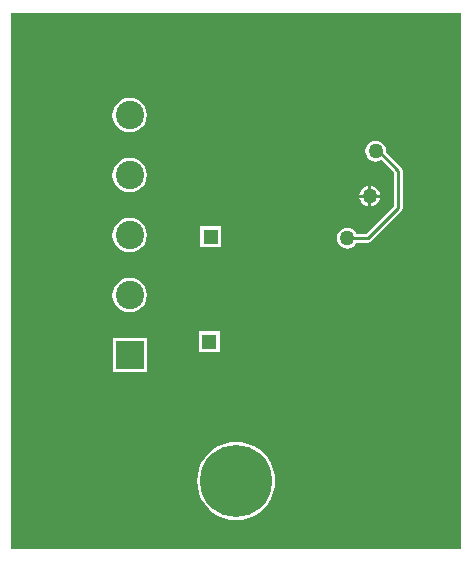
<source format=gbl>
G04*
G04 #@! TF.GenerationSoftware,Altium Limited,Altium Designer,20.1.10 (176)*
G04*
G04 Layer_Physical_Order=2*
G04 Layer_Color=16711680*
%FSLAX24Y24*%
%MOIN*%
G70*
G04*
G04 #@! TF.SameCoordinates,434D76CE-413E-4709-B596-876F764042CA*
G04*
G04*
G04 #@! TF.FilePolarity,Positive*
G04*
G01*
G75*
%ADD10C,0.0100*%
%ADD29C,0.2400*%
%ADD30C,0.0945*%
%ADD31R,0.0945X0.0945*%
%ADD32R,0.0502X0.0502*%
%ADD33C,0.0502*%
%ADD34C,0.0500*%
G36*
X35000Y24000D02*
X20000D01*
Y41850D01*
X35000D01*
Y24000D01*
D02*
G37*
%LPC*%
G36*
X23950Y39027D02*
X23801Y39008D01*
X23661Y38950D01*
X23542Y38858D01*
X23450Y38739D01*
X23392Y38599D01*
X23373Y38450D01*
X23392Y38301D01*
X23450Y38161D01*
X23542Y38042D01*
X23661Y37950D01*
X23801Y37892D01*
X23950Y37873D01*
X24099Y37892D01*
X24239Y37950D01*
X24358Y38042D01*
X24450Y38161D01*
X24508Y38301D01*
X24527Y38450D01*
X24508Y38599D01*
X24450Y38739D01*
X24358Y38858D01*
X24239Y38950D01*
X24099Y39008D01*
X23950Y39027D01*
D02*
G37*
G36*
Y37027D02*
X23801Y37008D01*
X23661Y36950D01*
X23542Y36858D01*
X23450Y36739D01*
X23392Y36599D01*
X23373Y36450D01*
X23392Y36301D01*
X23450Y36161D01*
X23542Y36042D01*
X23661Y35950D01*
X23801Y35892D01*
X23950Y35873D01*
X24099Y35892D01*
X24239Y35950D01*
X24358Y36042D01*
X24450Y36161D01*
X24508Y36301D01*
X24527Y36450D01*
X24508Y36599D01*
X24450Y36739D01*
X24358Y36858D01*
X24239Y36950D01*
X24099Y37008D01*
X23950Y37027D01*
D02*
G37*
G36*
X32000Y36096D02*
Y35800D01*
X32296D01*
X32291Y35841D01*
X32256Y35927D01*
X32200Y36000D01*
X32127Y36056D01*
X32041Y36091D01*
X32000Y36096D01*
D02*
G37*
G36*
X31900D02*
X31859Y36091D01*
X31773Y36056D01*
X31700Y36000D01*
X31644Y35927D01*
X31609Y35841D01*
X31604Y35800D01*
X31900D01*
Y36096D01*
D02*
G37*
G36*
X32296Y35700D02*
X32000D01*
Y35404D01*
X32041Y35409D01*
X32127Y35444D01*
X32200Y35500D01*
X32256Y35573D01*
X32291Y35659D01*
X32296Y35700D01*
D02*
G37*
G36*
X31900D02*
X31604D01*
X31609Y35659D01*
X31644Y35573D01*
X31700Y35500D01*
X31773Y35444D01*
X31859Y35409D01*
X31900Y35404D01*
Y35700D01*
D02*
G37*
G36*
X32150Y37603D02*
X32059Y37591D01*
X31973Y37556D01*
X31900Y37500D01*
X31844Y37427D01*
X31809Y37341D01*
X31797Y37250D01*
X31809Y37159D01*
X31844Y37073D01*
X31900Y37000D01*
X31973Y36944D01*
X32059Y36909D01*
X32150Y36897D01*
X32241Y36909D01*
X32327Y36944D01*
X32334Y36950D01*
X32747Y36537D01*
Y35413D01*
X31837Y34503D01*
X31515D01*
X31506Y34527D01*
X31450Y34600D01*
X31377Y34656D01*
X31291Y34691D01*
X31200Y34703D01*
X31109Y34691D01*
X31023Y34656D01*
X30950Y34600D01*
X30894Y34527D01*
X30859Y34441D01*
X30847Y34350D01*
X30859Y34259D01*
X30894Y34173D01*
X30950Y34100D01*
X31023Y34044D01*
X31109Y34009D01*
X31200Y33997D01*
X31291Y34009D01*
X31377Y34044D01*
X31450Y34100D01*
X31506Y34173D01*
X31515Y34197D01*
X31900D01*
X31959Y34209D01*
X32008Y34242D01*
X33008Y35242D01*
X33041Y35291D01*
X33053Y35350D01*
Y36600D01*
X33041Y36659D01*
X33008Y36708D01*
X32499Y37218D01*
X32503Y37250D01*
X32491Y37341D01*
X32456Y37427D01*
X32400Y37500D01*
X32327Y37556D01*
X32241Y37591D01*
X32150Y37603D01*
D02*
G37*
G36*
X27001Y34751D02*
X26299D01*
Y34049D01*
X27001D01*
Y34751D01*
D02*
G37*
G36*
X23950Y35027D02*
X23801Y35008D01*
X23661Y34950D01*
X23542Y34858D01*
X23450Y34739D01*
X23392Y34599D01*
X23373Y34450D01*
X23392Y34301D01*
X23450Y34161D01*
X23542Y34042D01*
X23661Y33950D01*
X23801Y33892D01*
X23950Y33873D01*
X24099Y33892D01*
X24239Y33950D01*
X24358Y34042D01*
X24450Y34161D01*
X24508Y34301D01*
X24527Y34450D01*
X24508Y34599D01*
X24450Y34739D01*
X24358Y34858D01*
X24239Y34950D01*
X24099Y35008D01*
X23950Y35027D01*
D02*
G37*
G36*
Y33027D02*
X23801Y33008D01*
X23661Y32950D01*
X23542Y32858D01*
X23450Y32739D01*
X23392Y32599D01*
X23373Y32450D01*
X23392Y32301D01*
X23450Y32161D01*
X23542Y32042D01*
X23661Y31950D01*
X23801Y31892D01*
X23950Y31873D01*
X24099Y31892D01*
X24239Y31950D01*
X24358Y32042D01*
X24450Y32161D01*
X24508Y32301D01*
X24527Y32450D01*
X24508Y32599D01*
X24450Y32739D01*
X24358Y32858D01*
X24239Y32950D01*
X24099Y33008D01*
X23950Y33027D01*
D02*
G37*
G36*
X26951Y31251D02*
X26249D01*
Y30549D01*
X26951D01*
Y31251D01*
D02*
G37*
G36*
X24522Y31022D02*
X23378D01*
Y29878D01*
X24522D01*
Y31022D01*
D02*
G37*
G36*
X27500Y27554D02*
X27296Y27538D01*
X27097Y27490D01*
X26908Y27412D01*
X26734Y27305D01*
X26578Y27172D01*
X26445Y27016D01*
X26338Y26842D01*
X26260Y26653D01*
X26212Y26454D01*
X26196Y26250D01*
X26212Y26046D01*
X26260Y25847D01*
X26338Y25658D01*
X26445Y25484D01*
X26578Y25328D01*
X26734Y25195D01*
X26908Y25088D01*
X27097Y25010D01*
X27296Y24962D01*
X27500Y24946D01*
X27704Y24962D01*
X27903Y25010D01*
X28092Y25088D01*
X28266Y25195D01*
X28422Y25328D01*
X28555Y25484D01*
X28662Y25658D01*
X28740Y25847D01*
X28788Y26046D01*
X28804Y26250D01*
X28788Y26454D01*
X28740Y26653D01*
X28662Y26842D01*
X28555Y27016D01*
X28422Y27172D01*
X28266Y27305D01*
X28092Y27412D01*
X27903Y27490D01*
X27704Y27538D01*
X27500Y27554D01*
D02*
G37*
%LPD*%
D10*
X32150Y37250D02*
X32250D01*
X32900Y36600D01*
Y35350D02*
Y36600D01*
X31900Y34350D02*
X32900Y35350D01*
X31200Y34350D02*
X31900D01*
X31183Y34333D02*
X31200Y34350D01*
D29*
X27500Y26250D02*
D03*
D30*
X23950Y40450D02*
D03*
Y38450D02*
D03*
Y36450D02*
D03*
Y34450D02*
D03*
Y32450D02*
D03*
D31*
Y30450D02*
D03*
D32*
X26650Y34400D02*
D03*
X26600Y30900D02*
D03*
D33*
X28028Y34400D02*
D03*
X27978Y30900D02*
D03*
D34*
X31950Y35750D02*
D03*
X32150Y37250D02*
D03*
X31200Y34350D02*
D03*
M02*

</source>
